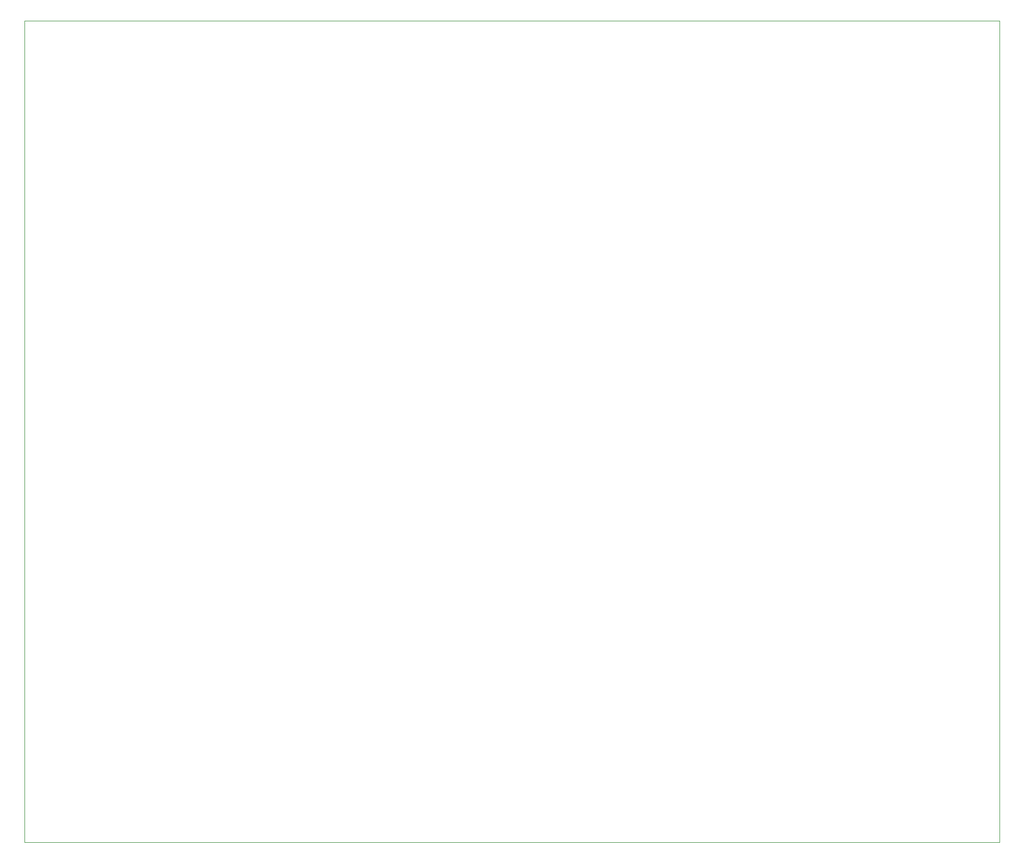
<source format=gbr>
G04*
G04 #@! TF.GenerationSoftware,Altium Limited,Altium Designer,23.0.1 (38)*
G04*
G04 Layer_Color=0*
%FSLAX25Y25*%
%MOIN*%
G70*
G04*
G04 #@! TF.SameCoordinates,96643D2F-BE8E-4E12-8B93-A60CB91944C5*
G04*
G04*
G04 #@! TF.FilePolarity,Positive*
G04*
G01*
G75*
%ADD48C,0.00100*%
D48*
X0Y0D02*
X610500D01*
Y514500D01*
X0D01*
Y0D01*
M02*

</source>
